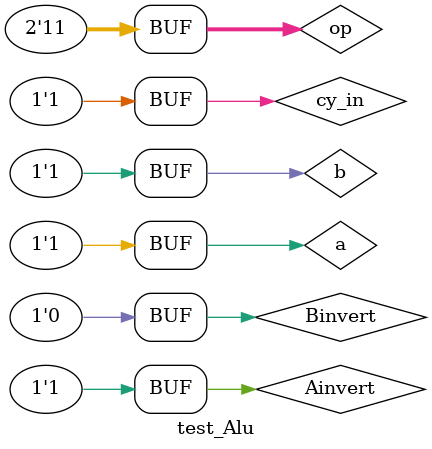
<source format=v>
`timescale 1ns/1ps
`include "ALU.v"
module test_Alu;

wire result,zero_flag;           
reg a,b,Ainvert,Binvert,cy_in;
reg [1:0]op;

ALU_1_bit f5(result,zero_flag,a,b,Ainvert,Binvert,op,cy_in,cout);      //ALU module called       

initial begin
$dumpfile("ALU.vcd");
$dumpvars(0,test_Alu);
end

initial begin
cy_in=0;
//Inputs set to perform AND Operation

$display("AND Operation");
a=1'b0;
b=1'b0;
Ainvert=1'b0;
Binvert=1'b0;
op=2'b00;
$monitor("a=%b b=%b Ainvert=%b Binvert=%b op=%b result=%b zero_flag=%b",a,b,Ainvert,Binvert,op,result,zero_flag);
#10;
a=1'b0;
b=1'b1;
Ainvert=1'b0;
Binvert=1'b0;
op=2'b00;
$monitor("a=%b b=%b Ainvert=%b Binvert=%b op=%b result=%b zero_flag=%b",a,b,Ainvert,Binvert,op,result,zero_flag);
#10;

a=1'b1;
b=1'b0;
Ainvert=1'b0;
Binvert=1'b0;
op=2'b00;
$monitor("a=%b b=%b Ainvert=%b Binvert=%b op=%b result=%b zero_flag=%b",a,b,Ainvert,Binvert,op,result,zero_flag);
#10;

a=1'b1;
b=1'b1;
Ainvert=1'b0;
Binvert=1'b0;
op=2'b00;
$monitor("a=%b b=%b Ainvert=%b Binvert=%b op=%b result=%b zero_flag=%b\n",a,b,Ainvert,Binvert,op,result,zero_flag);
#10;


//Inputs set to perform OR Operation



$display("For OR Operation");
a=1'b0;
b=1'b0;
Ainvert=1'b0;
Binvert=1'b0;
op=2'b01;
$monitor("a=%b b=%b Ainvert=%b Binvert=%b op=%b result=%b zero_flag=%b",a,b,Ainvert,Binvert,op,result,zero_flag);
#10;

a=1'b0;
b=1'b1;
Ainvert=1'b0;
Binvert=1'b0;
op=2'b01;
$monitor("a=%b b=%b Ainvert=%b Binvert=%b op=%b result=%b zero_flag=%b",a,b,Ainvert,Binvert,op,result,zero_flag);
#10;

a=1'b1;
b=1'b0;
Ainvert=1'b0;
Binvert=1'b0;
op=2'b01;
$monitor("a=%b b=%b Ainvert=%b Binvert=%b op=%b result=%b zero_flag=%b",a,b,Ainvert,Binvert,op,result,zero_flag);
#10;

a=1'b1;
b=1'b1;
Ainvert=1'b0;
Binvert=1'b0;
op=2'b01;
$monitor("a=%b b=%b Ainvert=%b Binvert=%b op=%b result=%b zero_flag=%b\n",a,b,Ainvert,Binvert,op,result,zero_flag);
#10;


//Inputs set to perform ADD Operation



$display("For ADD opeartion");
a=1'b0;
b=1'b0;
Ainvert=1'b0;
Binvert=1'b0;
cy_in=1'b0;
op=2'b10;
$monitor("a=%b b=%b Ainvert=%b Binvert=%b carry in=%b op=%b result=%b zero_flag=%b",a,b,Ainvert,Binvert,cy_in,op,result,zero_flag);
#10;
a=1'b0;
b=1'b1;
Ainvert=1'b0;
Binvert=1'b0;
cy_in=1'b0;
op=2'b10;
$monitor("a=%b b=%b Ainvert=%b Binvert=%b carry in=%b op=%b result=%b zero_flag=%b",a,b,Ainvert,Binvert,cy_in,op,result,zero_flag);
#10;
a=1'b1;
b=1'b0;
Ainvert=1'b0;
Binvert=1'b0;
cy_in=1'b0;
op=2'b10;
$monitor("a=%b b=%b Ainvert=%b Binvert=%b carry in=%b op=%b result=%b zero_flag=%b",a,b,Ainvert,Binvert,cy_in,op,result,zero_flag);
#10;
a=1'b1;
b=1'b1;
Ainvert=1'b0;
Binvert=1'b0;
cy_in=1'b0;
op=2'b10;
$monitor("a=%b b=%b Ainvert=%b Binvert=%b carry in=%b op=%b result=%b zero_flag=%b\n",a,b,Ainvert,Binvert,cy_in,op,result,zero_flag);
#10;



//Inputs set to perform SUB Operation



$display("For SUB opeartion");
a=1'b0;
b=1'b0;
Ainvert=1'b0;
Binvert=1'b1;
cy_in=1'b1;
op=2'b10;
$monitor("a=%b b=%b Ainvert=%b Binvert=%b carry in=%b op=%b result=%b zero_flag=%b",a,b,Ainvert,Binvert,cy_in,op,result,zero_flag);
#10;
a=1'b0;
b=1'b1;
Ainvert=1'b0;
Binvert=1'b1;
cy_in=1'b1;
op=2'b10;
$monitor("a=%b b=%b Ainvert=%b Binvert=%b carry in=%b op=%b result=%b zero_flag=%b",a,b,Ainvert,Binvert,cy_in,op,result,zero_flag);
#10;
a=1'b1;
b=1'b0;
Ainvert=1'b0;
Binvert=1'b1;
cy_in=1'b1;
op=2'b10;
$monitor("a=%b b=%b Ainvert=%b Binvert=%b carry in=%b op=%b result=%b zero_flag=%b",a,b,Ainvert,Binvert,cy_in,op,result,zero_flag);
#10;
a=1'b1;
b=1'b1;
Ainvert=1'b0;
Binvert=1'b1;
cy_in=1'b1;
op=2'b10;
$monitor("a=%b b=%b Ainvert=%b Binvert=%b carry in=%b op=%b result=%b zero_flag=%b\n",a,b,Ainvert,Binvert,cy_in,op,result,zero_flag);
#10;




//Inputs set to perform NAND Operation




$display("For NAND opeartion");
a=1'b0;
b=1'b0;
Ainvert=1'b1;
Binvert=1'b1;
op=2'b01;
$monitor("a=%b b=%b Ainvert=%b Binvert=%b op=%b result=%b zero_flag=%b",a,b,Ainvert,Binvert,op,result,zero_flag);
#10;
a=1'b0;
b=1'b1;
Ainvert=1'b1;
Binvert=1'b1;
op=2'b01;
$monitor("a=%b b=%b Ainvert=%b Binvert=%b op=%b result=%b zero_flag=%b",a,b,Ainvert,Binvert,op,result,zero_flag);
#10;
a=1'b1;
b=1'b0;
Ainvert=1'b1;
Binvert=1'b1;
op=2'b01;
$monitor("a=%b b=%b Ainvert=%b Binvert=%b op=%b result=%b zero_flag=%b",a,b,Ainvert,Binvert,op,result,zero_flag);
#10;
a=1'b1;
b=1'b1;
Ainvert=1'b1;
Binvert=1'b1;
op=2'b01;
$monitor("a=%b b=%b Ainvert=%b Binvert=%b op=%b result=%b zero_flag=%b\n",a,b,Ainvert,Binvert,op,result,zero_flag);
#10;





//Inputs set to perform NOR Operation






$display("For NOR operation");
a=1'b0;
b=1'b0;
Ainvert=1'b1;
Binvert=1'b1;
op=2'b00;
$monitor("a=%b b=%b Ainvert=%b Binvert=%b op=%b result=%b zero_flag=%b",a,b,Ainvert,Binvert,op,result,zero_flag);
#10;
a=1'b0;
b=1'b1;
Ainvert=1'b1;
Binvert=1'b1;
op=2'b00;
$monitor("a=%b b=%b Ainvert=%b Binvert=%b op=%b result=%b zero_flag=%b",a,b,Ainvert,Binvert,op,result,zero_flag);
#10;
a=1'b1;
b=1'b0;
Ainvert=1'b1;
Binvert=1'b1;
op=2'b00;
$monitor("a=%b b=%b Ainvert=%b Binvert=%b op=%b result=%b zero_flag=%b",a,b,Ainvert,Binvert,op,result,zero_flag);
#10;
a=1'b1;
b=1'b1;
Ainvert=1'b1;
Binvert=1'b1;
op=2'b00;
$monitor("a=%b b=%b Ainvert=%b Binvert=%b op=%b result=%b zero_flag=%b\n",a,b,Ainvert,Binvert,op,result,zero_flag);
#10;



//Inputs set to determine whether a>b 



$display("To get the result when a>b");
a=1'b0;
b=1'b0;
Ainvert=1'b1;
Binvert=1'b0;
cy_in=1'b1;
op=2'b11;
$monitor("a=%b b=%b Ainvert=%b Binvert=%b carry in=%b op=%b result=%b",a,b,Ainvert,Binvert,cy_in,op,result);
#10;
a=1'b0;
b=1'b1;
Ainvert=1'b1;
Binvert=1'b0;
cy_in=1'b1;
op=2'b11;
$monitor("a=%b b=%b Ainvert=%b Binvert=%b carry in=%b op=%b result=%b",a,b,Ainvert,Binvert,cy_in,op,result);
#10;
a=1'b1;
b=1'b0;
Ainvert=1'b1;
Binvert=1'b0;
cy_in=1'b1;
op=2'b11;
$monitor("a=%b b=%b Ainvert=%b Binvert=%b carry in=%b op=%b result=%b",a,b,Ainvert,Binvert,cy_in,op,result);
#10;
a=1'b1;
b=1'b1;
Ainvert=1'b1;
Binvert=1'b0;
cy_in=1'b1;
op=2'b11;
$monitor("a=%b b=%b Ainvert=%b Binvert=%b carry in=%b op=%b result=%b\n",a,b,Ainvert,Binvert,cy_in,op,result);
#10;
end

endmodule

</source>
